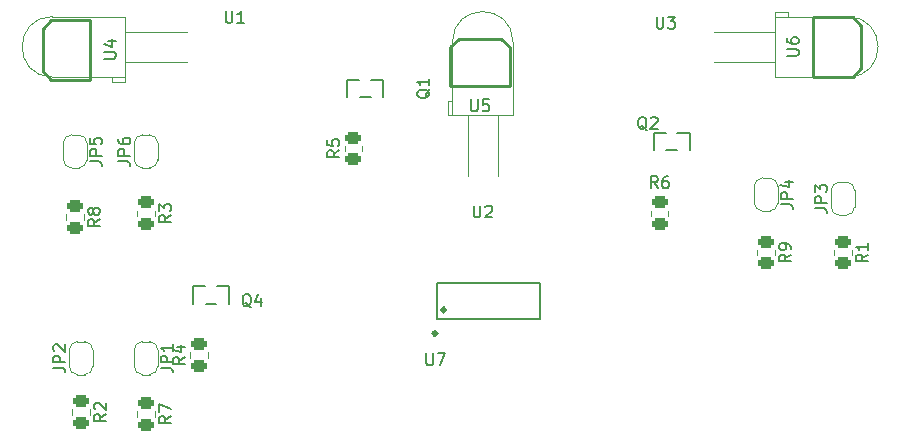
<source format=gbr>
%TF.GenerationSoftware,KiCad,Pcbnew,8.0.0*%
%TF.CreationDate,2024-03-24T21:45:21+02:00*%
%TF.ProjectId,pcb,7063622e-6b69-4636-9164-5f7063625858,rev?*%
%TF.SameCoordinates,Original*%
%TF.FileFunction,Legend,Top*%
%TF.FilePolarity,Positive*%
%FSLAX46Y46*%
G04 Gerber Fmt 4.6, Leading zero omitted, Abs format (unit mm)*
G04 Created by KiCad (PCBNEW 8.0.0) date 2024-03-24 21:45:21*
%MOMM*%
%LPD*%
G01*
G04 APERTURE LIST*
G04 Aperture macros list*
%AMRoundRect*
0 Rectangle with rounded corners*
0 $1 Rounding radius*
0 $2 $3 $4 $5 $6 $7 $8 $9 X,Y pos of 4 corners*
0 Add a 4 corners polygon primitive as box body*
4,1,4,$2,$3,$4,$5,$6,$7,$8,$9,$2,$3,0*
0 Add four circle primitives for the rounded corners*
1,1,$1+$1,$2,$3*
1,1,$1+$1,$4,$5*
1,1,$1+$1,$6,$7*
1,1,$1+$1,$8,$9*
0 Add four rect primitives between the rounded corners*
20,1,$1+$1,$2,$3,$4,$5,0*
20,1,$1+$1,$4,$5,$6,$7,0*
20,1,$1+$1,$6,$7,$8,$9,0*
20,1,$1+$1,$8,$9,$2,$3,0*%
%AMFreePoly0*
4,1,19,0.500000,-0.750000,0.000000,-0.750000,0.000000,-0.744911,-0.071157,-0.744911,-0.207708,-0.704816,-0.327430,-0.627875,-0.420627,-0.520320,-0.479746,-0.390866,-0.500000,-0.250000,-0.500000,0.250000,-0.479746,0.390866,-0.420627,0.520320,-0.327430,0.627875,-0.207708,0.704816,-0.071157,0.744911,0.000000,0.744911,0.000000,0.750000,0.500000,0.750000,0.500000,-0.750000,0.500000,-0.750000,
$1*%
%AMFreePoly1*
4,1,19,0.000000,0.744911,0.071157,0.744911,0.207708,0.704816,0.327430,0.627875,0.420627,0.520320,0.479746,0.390866,0.500000,0.250000,0.500000,-0.250000,0.479746,-0.390866,0.420627,-0.520320,0.327430,-0.627875,0.207708,-0.704816,0.071157,-0.744911,0.000000,-0.744911,0.000000,-0.750000,-0.500000,-0.750000,-0.500000,0.750000,0.000000,0.750000,0.000000,0.744911,0.000000,0.744911,
$1*%
G04 Aperture macros list end*
%ADD10C,0.150000*%
%ADD11C,0.120000*%
%ADD12C,0.250000*%
%ADD13C,0.300000*%
%ADD14FreePoly0,90.000000*%
%ADD15FreePoly1,90.000000*%
%ADD16FreePoly0,270.000000*%
%ADD17FreePoly1,270.000000*%
%ADD18R,0.700000X1.250000*%
%ADD19RoundRect,0.250000X-0.450000X0.262500X-0.450000X-0.262500X0.450000X-0.262500X0.450000X0.262500X0*%
%ADD20R,1.800000X1.800000*%
%ADD21C,1.800000*%
%ADD22RoundRect,0.250000X0.450000X-0.262500X0.450000X0.262500X-0.450000X0.262500X-0.450000X-0.262500X0*%
%ADD23C,1.200000*%
%ADD24O,0.570000X2.040000*%
%ADD25R,1.700000X1.700000*%
%ADD26O,1.700000X1.700000*%
G04 APERTURE END LIST*
D10*
X122154819Y-76683333D02*
X122869104Y-76683333D01*
X122869104Y-76683333D02*
X123011961Y-76730952D01*
X123011961Y-76730952D02*
X123107200Y-76826190D01*
X123107200Y-76826190D02*
X123154819Y-76969047D01*
X123154819Y-76969047D02*
X123154819Y-77064285D01*
X123154819Y-76207142D02*
X122154819Y-76207142D01*
X122154819Y-76207142D02*
X122154819Y-75826190D01*
X122154819Y-75826190D02*
X122202438Y-75730952D01*
X122202438Y-75730952D02*
X122250057Y-75683333D01*
X122250057Y-75683333D02*
X122345295Y-75635714D01*
X122345295Y-75635714D02*
X122488152Y-75635714D01*
X122488152Y-75635714D02*
X122583390Y-75683333D01*
X122583390Y-75683333D02*
X122631009Y-75730952D01*
X122631009Y-75730952D02*
X122678628Y-75826190D01*
X122678628Y-75826190D02*
X122678628Y-76207142D01*
X122154819Y-74778571D02*
X122154819Y-74969047D01*
X122154819Y-74969047D02*
X122202438Y-75064285D01*
X122202438Y-75064285D02*
X122250057Y-75111904D01*
X122250057Y-75111904D02*
X122392914Y-75207142D01*
X122392914Y-75207142D02*
X122583390Y-75254761D01*
X122583390Y-75254761D02*
X122964342Y-75254761D01*
X122964342Y-75254761D02*
X123059580Y-75207142D01*
X123059580Y-75207142D02*
X123107200Y-75159523D01*
X123107200Y-75159523D02*
X123154819Y-75064285D01*
X123154819Y-75064285D02*
X123154819Y-74873809D01*
X123154819Y-74873809D02*
X123107200Y-74778571D01*
X123107200Y-74778571D02*
X123059580Y-74730952D01*
X123059580Y-74730952D02*
X122964342Y-74683333D01*
X122964342Y-74683333D02*
X122726247Y-74683333D01*
X122726247Y-74683333D02*
X122631009Y-74730952D01*
X122631009Y-74730952D02*
X122583390Y-74778571D01*
X122583390Y-74778571D02*
X122535771Y-74873809D01*
X122535771Y-74873809D02*
X122535771Y-75064285D01*
X122535771Y-75064285D02*
X122583390Y-75159523D01*
X122583390Y-75159523D02*
X122631009Y-75207142D01*
X122631009Y-75207142D02*
X122726247Y-75254761D01*
X119754819Y-76683333D02*
X120469104Y-76683333D01*
X120469104Y-76683333D02*
X120611961Y-76730952D01*
X120611961Y-76730952D02*
X120707200Y-76826190D01*
X120707200Y-76826190D02*
X120754819Y-76969047D01*
X120754819Y-76969047D02*
X120754819Y-77064285D01*
X120754819Y-76207142D02*
X119754819Y-76207142D01*
X119754819Y-76207142D02*
X119754819Y-75826190D01*
X119754819Y-75826190D02*
X119802438Y-75730952D01*
X119802438Y-75730952D02*
X119850057Y-75683333D01*
X119850057Y-75683333D02*
X119945295Y-75635714D01*
X119945295Y-75635714D02*
X120088152Y-75635714D01*
X120088152Y-75635714D02*
X120183390Y-75683333D01*
X120183390Y-75683333D02*
X120231009Y-75730952D01*
X120231009Y-75730952D02*
X120278628Y-75826190D01*
X120278628Y-75826190D02*
X120278628Y-76207142D01*
X119754819Y-74730952D02*
X119754819Y-75207142D01*
X119754819Y-75207142D02*
X120231009Y-75254761D01*
X120231009Y-75254761D02*
X120183390Y-75207142D01*
X120183390Y-75207142D02*
X120135771Y-75111904D01*
X120135771Y-75111904D02*
X120135771Y-74873809D01*
X120135771Y-74873809D02*
X120183390Y-74778571D01*
X120183390Y-74778571D02*
X120231009Y-74730952D01*
X120231009Y-74730952D02*
X120326247Y-74683333D01*
X120326247Y-74683333D02*
X120564342Y-74683333D01*
X120564342Y-74683333D02*
X120659580Y-74730952D01*
X120659580Y-74730952D02*
X120707200Y-74778571D01*
X120707200Y-74778571D02*
X120754819Y-74873809D01*
X120754819Y-74873809D02*
X120754819Y-75111904D01*
X120754819Y-75111904D02*
X120707200Y-75207142D01*
X120707200Y-75207142D02*
X120659580Y-75254761D01*
X178254819Y-80333333D02*
X178969104Y-80333333D01*
X178969104Y-80333333D02*
X179111961Y-80380952D01*
X179111961Y-80380952D02*
X179207200Y-80476190D01*
X179207200Y-80476190D02*
X179254819Y-80619047D01*
X179254819Y-80619047D02*
X179254819Y-80714285D01*
X179254819Y-79857142D02*
X178254819Y-79857142D01*
X178254819Y-79857142D02*
X178254819Y-79476190D01*
X178254819Y-79476190D02*
X178302438Y-79380952D01*
X178302438Y-79380952D02*
X178350057Y-79333333D01*
X178350057Y-79333333D02*
X178445295Y-79285714D01*
X178445295Y-79285714D02*
X178588152Y-79285714D01*
X178588152Y-79285714D02*
X178683390Y-79333333D01*
X178683390Y-79333333D02*
X178731009Y-79380952D01*
X178731009Y-79380952D02*
X178778628Y-79476190D01*
X178778628Y-79476190D02*
X178778628Y-79857142D01*
X178588152Y-78428571D02*
X179254819Y-78428571D01*
X178207200Y-78666666D02*
X178921485Y-78904761D01*
X178921485Y-78904761D02*
X178921485Y-78285714D01*
X181154819Y-80683333D02*
X181869104Y-80683333D01*
X181869104Y-80683333D02*
X182011961Y-80730952D01*
X182011961Y-80730952D02*
X182107200Y-80826190D01*
X182107200Y-80826190D02*
X182154819Y-80969047D01*
X182154819Y-80969047D02*
X182154819Y-81064285D01*
X182154819Y-80207142D02*
X181154819Y-80207142D01*
X181154819Y-80207142D02*
X181154819Y-79826190D01*
X181154819Y-79826190D02*
X181202438Y-79730952D01*
X181202438Y-79730952D02*
X181250057Y-79683333D01*
X181250057Y-79683333D02*
X181345295Y-79635714D01*
X181345295Y-79635714D02*
X181488152Y-79635714D01*
X181488152Y-79635714D02*
X181583390Y-79683333D01*
X181583390Y-79683333D02*
X181631009Y-79730952D01*
X181631009Y-79730952D02*
X181678628Y-79826190D01*
X181678628Y-79826190D02*
X181678628Y-80207142D01*
X181154819Y-79302380D02*
X181154819Y-78683333D01*
X181154819Y-78683333D02*
X181535771Y-79016666D01*
X181535771Y-79016666D02*
X181535771Y-78873809D01*
X181535771Y-78873809D02*
X181583390Y-78778571D01*
X181583390Y-78778571D02*
X181631009Y-78730952D01*
X181631009Y-78730952D02*
X181726247Y-78683333D01*
X181726247Y-78683333D02*
X181964342Y-78683333D01*
X181964342Y-78683333D02*
X182059580Y-78730952D01*
X182059580Y-78730952D02*
X182107200Y-78778571D01*
X182107200Y-78778571D02*
X182154819Y-78873809D01*
X182154819Y-78873809D02*
X182154819Y-79159523D01*
X182154819Y-79159523D02*
X182107200Y-79254761D01*
X182107200Y-79254761D02*
X182059580Y-79302380D01*
X116654819Y-94183333D02*
X117369104Y-94183333D01*
X117369104Y-94183333D02*
X117511961Y-94230952D01*
X117511961Y-94230952D02*
X117607200Y-94326190D01*
X117607200Y-94326190D02*
X117654819Y-94469047D01*
X117654819Y-94469047D02*
X117654819Y-94564285D01*
X117654819Y-93707142D02*
X116654819Y-93707142D01*
X116654819Y-93707142D02*
X116654819Y-93326190D01*
X116654819Y-93326190D02*
X116702438Y-93230952D01*
X116702438Y-93230952D02*
X116750057Y-93183333D01*
X116750057Y-93183333D02*
X116845295Y-93135714D01*
X116845295Y-93135714D02*
X116988152Y-93135714D01*
X116988152Y-93135714D02*
X117083390Y-93183333D01*
X117083390Y-93183333D02*
X117131009Y-93230952D01*
X117131009Y-93230952D02*
X117178628Y-93326190D01*
X117178628Y-93326190D02*
X117178628Y-93707142D01*
X116750057Y-92754761D02*
X116702438Y-92707142D01*
X116702438Y-92707142D02*
X116654819Y-92611904D01*
X116654819Y-92611904D02*
X116654819Y-92373809D01*
X116654819Y-92373809D02*
X116702438Y-92278571D01*
X116702438Y-92278571D02*
X116750057Y-92230952D01*
X116750057Y-92230952D02*
X116845295Y-92183333D01*
X116845295Y-92183333D02*
X116940533Y-92183333D01*
X116940533Y-92183333D02*
X117083390Y-92230952D01*
X117083390Y-92230952D02*
X117654819Y-92802380D01*
X117654819Y-92802380D02*
X117654819Y-92183333D01*
X125754819Y-94183333D02*
X126469104Y-94183333D01*
X126469104Y-94183333D02*
X126611961Y-94230952D01*
X126611961Y-94230952D02*
X126707200Y-94326190D01*
X126707200Y-94326190D02*
X126754819Y-94469047D01*
X126754819Y-94469047D02*
X126754819Y-94564285D01*
X126754819Y-93707142D02*
X125754819Y-93707142D01*
X125754819Y-93707142D02*
X125754819Y-93326190D01*
X125754819Y-93326190D02*
X125802438Y-93230952D01*
X125802438Y-93230952D02*
X125850057Y-93183333D01*
X125850057Y-93183333D02*
X125945295Y-93135714D01*
X125945295Y-93135714D02*
X126088152Y-93135714D01*
X126088152Y-93135714D02*
X126183390Y-93183333D01*
X126183390Y-93183333D02*
X126231009Y-93230952D01*
X126231009Y-93230952D02*
X126278628Y-93326190D01*
X126278628Y-93326190D02*
X126278628Y-93707142D01*
X126754819Y-92183333D02*
X126754819Y-92754761D01*
X126754819Y-92469047D02*
X125754819Y-92469047D01*
X125754819Y-92469047D02*
X125897676Y-92564285D01*
X125897676Y-92564285D02*
X125992914Y-92659523D01*
X125992914Y-92659523D02*
X126040533Y-92754761D01*
X133404761Y-89050057D02*
X133309523Y-89002438D01*
X133309523Y-89002438D02*
X133214285Y-88907200D01*
X133214285Y-88907200D02*
X133071428Y-88764342D01*
X133071428Y-88764342D02*
X132976190Y-88716723D01*
X132976190Y-88716723D02*
X132880952Y-88716723D01*
X132928571Y-88954819D02*
X132833333Y-88907200D01*
X132833333Y-88907200D02*
X132738095Y-88811961D01*
X132738095Y-88811961D02*
X132690476Y-88621485D01*
X132690476Y-88621485D02*
X132690476Y-88288152D01*
X132690476Y-88288152D02*
X132738095Y-88097676D01*
X132738095Y-88097676D02*
X132833333Y-88002438D01*
X132833333Y-88002438D02*
X132928571Y-87954819D01*
X132928571Y-87954819D02*
X133119047Y-87954819D01*
X133119047Y-87954819D02*
X133214285Y-88002438D01*
X133214285Y-88002438D02*
X133309523Y-88097676D01*
X133309523Y-88097676D02*
X133357142Y-88288152D01*
X133357142Y-88288152D02*
X133357142Y-88621485D01*
X133357142Y-88621485D02*
X133309523Y-88811961D01*
X133309523Y-88811961D02*
X133214285Y-88907200D01*
X133214285Y-88907200D02*
X133119047Y-88954819D01*
X133119047Y-88954819D02*
X132928571Y-88954819D01*
X134214285Y-88288152D02*
X134214285Y-88954819D01*
X133976190Y-87907200D02*
X133738095Y-88621485D01*
X133738095Y-88621485D02*
X134357142Y-88621485D01*
X185604819Y-84579166D02*
X185128628Y-84912499D01*
X185604819Y-85150594D02*
X184604819Y-85150594D01*
X184604819Y-85150594D02*
X184604819Y-84769642D01*
X184604819Y-84769642D02*
X184652438Y-84674404D01*
X184652438Y-84674404D02*
X184700057Y-84626785D01*
X184700057Y-84626785D02*
X184795295Y-84579166D01*
X184795295Y-84579166D02*
X184938152Y-84579166D01*
X184938152Y-84579166D02*
X185033390Y-84626785D01*
X185033390Y-84626785D02*
X185081009Y-84674404D01*
X185081009Y-84674404D02*
X185128628Y-84769642D01*
X185128628Y-84769642D02*
X185128628Y-85150594D01*
X185604819Y-83626785D02*
X185604819Y-84198213D01*
X185604819Y-83912499D02*
X184604819Y-83912499D01*
X184604819Y-83912499D02*
X184747676Y-84007737D01*
X184747676Y-84007737D02*
X184842914Y-84102975D01*
X184842914Y-84102975D02*
X184890533Y-84198213D01*
X126604819Y-98254166D02*
X126128628Y-98587499D01*
X126604819Y-98825594D02*
X125604819Y-98825594D01*
X125604819Y-98825594D02*
X125604819Y-98444642D01*
X125604819Y-98444642D02*
X125652438Y-98349404D01*
X125652438Y-98349404D02*
X125700057Y-98301785D01*
X125700057Y-98301785D02*
X125795295Y-98254166D01*
X125795295Y-98254166D02*
X125938152Y-98254166D01*
X125938152Y-98254166D02*
X126033390Y-98301785D01*
X126033390Y-98301785D02*
X126081009Y-98349404D01*
X126081009Y-98349404D02*
X126128628Y-98444642D01*
X126128628Y-98444642D02*
X126128628Y-98825594D01*
X125604819Y-97920832D02*
X125604819Y-97254166D01*
X125604819Y-97254166D02*
X126604819Y-97682737D01*
X131238095Y-63954819D02*
X131238095Y-64764342D01*
X131238095Y-64764342D02*
X131285714Y-64859580D01*
X131285714Y-64859580D02*
X131333333Y-64907200D01*
X131333333Y-64907200D02*
X131428571Y-64954819D01*
X131428571Y-64954819D02*
X131619047Y-64954819D01*
X131619047Y-64954819D02*
X131714285Y-64907200D01*
X131714285Y-64907200D02*
X131761904Y-64859580D01*
X131761904Y-64859580D02*
X131809523Y-64764342D01*
X131809523Y-64764342D02*
X131809523Y-63954819D01*
X132809523Y-64954819D02*
X132238095Y-64954819D01*
X132523809Y-64954819D02*
X132523809Y-63954819D01*
X132523809Y-63954819D02*
X132428571Y-64097676D01*
X132428571Y-64097676D02*
X132333333Y-64192914D01*
X132333333Y-64192914D02*
X132238095Y-64240533D01*
X148550057Y-70595238D02*
X148502438Y-70690476D01*
X148502438Y-70690476D02*
X148407200Y-70785714D01*
X148407200Y-70785714D02*
X148264342Y-70928571D01*
X148264342Y-70928571D02*
X148216723Y-71023809D01*
X148216723Y-71023809D02*
X148216723Y-71119047D01*
X148454819Y-71071428D02*
X148407200Y-71166666D01*
X148407200Y-71166666D02*
X148311961Y-71261904D01*
X148311961Y-71261904D02*
X148121485Y-71309523D01*
X148121485Y-71309523D02*
X147788152Y-71309523D01*
X147788152Y-71309523D02*
X147597676Y-71261904D01*
X147597676Y-71261904D02*
X147502438Y-71166666D01*
X147502438Y-71166666D02*
X147454819Y-71071428D01*
X147454819Y-71071428D02*
X147454819Y-70880952D01*
X147454819Y-70880952D02*
X147502438Y-70785714D01*
X147502438Y-70785714D02*
X147597676Y-70690476D01*
X147597676Y-70690476D02*
X147788152Y-70642857D01*
X147788152Y-70642857D02*
X148121485Y-70642857D01*
X148121485Y-70642857D02*
X148311961Y-70690476D01*
X148311961Y-70690476D02*
X148407200Y-70785714D01*
X148407200Y-70785714D02*
X148454819Y-70880952D01*
X148454819Y-70880952D02*
X148454819Y-71071428D01*
X148454819Y-69690476D02*
X148454819Y-70261904D01*
X148454819Y-69976190D02*
X147454819Y-69976190D01*
X147454819Y-69976190D02*
X147597676Y-70071428D01*
X147597676Y-70071428D02*
X147692914Y-70166666D01*
X147692914Y-70166666D02*
X147740533Y-70261904D01*
X179104819Y-84579166D02*
X178628628Y-84912499D01*
X179104819Y-85150594D02*
X178104819Y-85150594D01*
X178104819Y-85150594D02*
X178104819Y-84769642D01*
X178104819Y-84769642D02*
X178152438Y-84674404D01*
X178152438Y-84674404D02*
X178200057Y-84626785D01*
X178200057Y-84626785D02*
X178295295Y-84579166D01*
X178295295Y-84579166D02*
X178438152Y-84579166D01*
X178438152Y-84579166D02*
X178533390Y-84626785D01*
X178533390Y-84626785D02*
X178581009Y-84674404D01*
X178581009Y-84674404D02*
X178628628Y-84769642D01*
X178628628Y-84769642D02*
X178628628Y-85150594D01*
X179104819Y-84102975D02*
X179104819Y-83912499D01*
X179104819Y-83912499D02*
X179057200Y-83817261D01*
X179057200Y-83817261D02*
X179009580Y-83769642D01*
X179009580Y-83769642D02*
X178866723Y-83674404D01*
X178866723Y-83674404D02*
X178676247Y-83626785D01*
X178676247Y-83626785D02*
X178295295Y-83626785D01*
X178295295Y-83626785D02*
X178200057Y-83674404D01*
X178200057Y-83674404D02*
X178152438Y-83722023D01*
X178152438Y-83722023D02*
X178104819Y-83817261D01*
X178104819Y-83817261D02*
X178104819Y-84007737D01*
X178104819Y-84007737D02*
X178152438Y-84102975D01*
X178152438Y-84102975D02*
X178200057Y-84150594D01*
X178200057Y-84150594D02*
X178295295Y-84198213D01*
X178295295Y-84198213D02*
X178533390Y-84198213D01*
X178533390Y-84198213D02*
X178628628Y-84150594D01*
X178628628Y-84150594D02*
X178676247Y-84102975D01*
X178676247Y-84102975D02*
X178723866Y-84007737D01*
X178723866Y-84007737D02*
X178723866Y-83817261D01*
X178723866Y-83817261D02*
X178676247Y-83722023D01*
X178676247Y-83722023D02*
X178628628Y-83674404D01*
X178628628Y-83674404D02*
X178533390Y-83626785D01*
X167833333Y-78954819D02*
X167500000Y-78478628D01*
X167261905Y-78954819D02*
X167261905Y-77954819D01*
X167261905Y-77954819D02*
X167642857Y-77954819D01*
X167642857Y-77954819D02*
X167738095Y-78002438D01*
X167738095Y-78002438D02*
X167785714Y-78050057D01*
X167785714Y-78050057D02*
X167833333Y-78145295D01*
X167833333Y-78145295D02*
X167833333Y-78288152D01*
X167833333Y-78288152D02*
X167785714Y-78383390D01*
X167785714Y-78383390D02*
X167738095Y-78431009D01*
X167738095Y-78431009D02*
X167642857Y-78478628D01*
X167642857Y-78478628D02*
X167261905Y-78478628D01*
X168690476Y-77954819D02*
X168500000Y-77954819D01*
X168500000Y-77954819D02*
X168404762Y-78002438D01*
X168404762Y-78002438D02*
X168357143Y-78050057D01*
X168357143Y-78050057D02*
X168261905Y-78192914D01*
X168261905Y-78192914D02*
X168214286Y-78383390D01*
X168214286Y-78383390D02*
X168214286Y-78764342D01*
X168214286Y-78764342D02*
X168261905Y-78859580D01*
X168261905Y-78859580D02*
X168309524Y-78907200D01*
X168309524Y-78907200D02*
X168404762Y-78954819D01*
X168404762Y-78954819D02*
X168595238Y-78954819D01*
X168595238Y-78954819D02*
X168690476Y-78907200D01*
X168690476Y-78907200D02*
X168738095Y-78859580D01*
X168738095Y-78859580D02*
X168785714Y-78764342D01*
X168785714Y-78764342D02*
X168785714Y-78526247D01*
X168785714Y-78526247D02*
X168738095Y-78431009D01*
X168738095Y-78431009D02*
X168690476Y-78383390D01*
X168690476Y-78383390D02*
X168595238Y-78335771D01*
X168595238Y-78335771D02*
X168404762Y-78335771D01*
X168404762Y-78335771D02*
X168309524Y-78383390D01*
X168309524Y-78383390D02*
X168261905Y-78431009D01*
X168261905Y-78431009D02*
X168214286Y-78526247D01*
X152008095Y-71454819D02*
X152008095Y-72264342D01*
X152008095Y-72264342D02*
X152055714Y-72359580D01*
X152055714Y-72359580D02*
X152103333Y-72407200D01*
X152103333Y-72407200D02*
X152198571Y-72454819D01*
X152198571Y-72454819D02*
X152389047Y-72454819D01*
X152389047Y-72454819D02*
X152484285Y-72407200D01*
X152484285Y-72407200D02*
X152531904Y-72359580D01*
X152531904Y-72359580D02*
X152579523Y-72264342D01*
X152579523Y-72264342D02*
X152579523Y-71454819D01*
X153531904Y-71454819D02*
X153055714Y-71454819D01*
X153055714Y-71454819D02*
X153008095Y-71931009D01*
X153008095Y-71931009D02*
X153055714Y-71883390D01*
X153055714Y-71883390D02*
X153150952Y-71835771D01*
X153150952Y-71835771D02*
X153389047Y-71835771D01*
X153389047Y-71835771D02*
X153484285Y-71883390D01*
X153484285Y-71883390D02*
X153531904Y-71931009D01*
X153531904Y-71931009D02*
X153579523Y-72026247D01*
X153579523Y-72026247D02*
X153579523Y-72264342D01*
X153579523Y-72264342D02*
X153531904Y-72359580D01*
X153531904Y-72359580D02*
X153484285Y-72407200D01*
X153484285Y-72407200D02*
X153389047Y-72454819D01*
X153389047Y-72454819D02*
X153150952Y-72454819D01*
X153150952Y-72454819D02*
X153055714Y-72407200D01*
X153055714Y-72407200D02*
X153008095Y-72359580D01*
X121104819Y-98079166D02*
X120628628Y-98412499D01*
X121104819Y-98650594D02*
X120104819Y-98650594D01*
X120104819Y-98650594D02*
X120104819Y-98269642D01*
X120104819Y-98269642D02*
X120152438Y-98174404D01*
X120152438Y-98174404D02*
X120200057Y-98126785D01*
X120200057Y-98126785D02*
X120295295Y-98079166D01*
X120295295Y-98079166D02*
X120438152Y-98079166D01*
X120438152Y-98079166D02*
X120533390Y-98126785D01*
X120533390Y-98126785D02*
X120581009Y-98174404D01*
X120581009Y-98174404D02*
X120628628Y-98269642D01*
X120628628Y-98269642D02*
X120628628Y-98650594D01*
X120200057Y-97698213D02*
X120152438Y-97650594D01*
X120152438Y-97650594D02*
X120104819Y-97555356D01*
X120104819Y-97555356D02*
X120104819Y-97317261D01*
X120104819Y-97317261D02*
X120152438Y-97222023D01*
X120152438Y-97222023D02*
X120200057Y-97174404D01*
X120200057Y-97174404D02*
X120295295Y-97126785D01*
X120295295Y-97126785D02*
X120390533Y-97126785D01*
X120390533Y-97126785D02*
X120533390Y-97174404D01*
X120533390Y-97174404D02*
X121104819Y-97745832D01*
X121104819Y-97745832D02*
X121104819Y-97126785D01*
X127804819Y-93254166D02*
X127328628Y-93587499D01*
X127804819Y-93825594D02*
X126804819Y-93825594D01*
X126804819Y-93825594D02*
X126804819Y-93444642D01*
X126804819Y-93444642D02*
X126852438Y-93349404D01*
X126852438Y-93349404D02*
X126900057Y-93301785D01*
X126900057Y-93301785D02*
X126995295Y-93254166D01*
X126995295Y-93254166D02*
X127138152Y-93254166D01*
X127138152Y-93254166D02*
X127233390Y-93301785D01*
X127233390Y-93301785D02*
X127281009Y-93349404D01*
X127281009Y-93349404D02*
X127328628Y-93444642D01*
X127328628Y-93444642D02*
X127328628Y-93825594D01*
X127138152Y-92397023D02*
X127804819Y-92397023D01*
X126757200Y-92635118D02*
X127471485Y-92873213D01*
X127471485Y-92873213D02*
X127471485Y-92254166D01*
X140854819Y-75754166D02*
X140378628Y-76087499D01*
X140854819Y-76325594D02*
X139854819Y-76325594D01*
X139854819Y-76325594D02*
X139854819Y-75944642D01*
X139854819Y-75944642D02*
X139902438Y-75849404D01*
X139902438Y-75849404D02*
X139950057Y-75801785D01*
X139950057Y-75801785D02*
X140045295Y-75754166D01*
X140045295Y-75754166D02*
X140188152Y-75754166D01*
X140188152Y-75754166D02*
X140283390Y-75801785D01*
X140283390Y-75801785D02*
X140331009Y-75849404D01*
X140331009Y-75849404D02*
X140378628Y-75944642D01*
X140378628Y-75944642D02*
X140378628Y-76325594D01*
X139854819Y-74849404D02*
X139854819Y-75325594D01*
X139854819Y-75325594D02*
X140331009Y-75373213D01*
X140331009Y-75373213D02*
X140283390Y-75325594D01*
X140283390Y-75325594D02*
X140235771Y-75230356D01*
X140235771Y-75230356D02*
X140235771Y-74992261D01*
X140235771Y-74992261D02*
X140283390Y-74897023D01*
X140283390Y-74897023D02*
X140331009Y-74849404D01*
X140331009Y-74849404D02*
X140426247Y-74801785D01*
X140426247Y-74801785D02*
X140664342Y-74801785D01*
X140664342Y-74801785D02*
X140759580Y-74849404D01*
X140759580Y-74849404D02*
X140807200Y-74897023D01*
X140807200Y-74897023D02*
X140854819Y-74992261D01*
X140854819Y-74992261D02*
X140854819Y-75230356D01*
X140854819Y-75230356D02*
X140807200Y-75325594D01*
X140807200Y-75325594D02*
X140759580Y-75373213D01*
X166904761Y-74050057D02*
X166809523Y-74002438D01*
X166809523Y-74002438D02*
X166714285Y-73907200D01*
X166714285Y-73907200D02*
X166571428Y-73764342D01*
X166571428Y-73764342D02*
X166476190Y-73716723D01*
X166476190Y-73716723D02*
X166380952Y-73716723D01*
X166428571Y-73954819D02*
X166333333Y-73907200D01*
X166333333Y-73907200D02*
X166238095Y-73811961D01*
X166238095Y-73811961D02*
X166190476Y-73621485D01*
X166190476Y-73621485D02*
X166190476Y-73288152D01*
X166190476Y-73288152D02*
X166238095Y-73097676D01*
X166238095Y-73097676D02*
X166333333Y-73002438D01*
X166333333Y-73002438D02*
X166428571Y-72954819D01*
X166428571Y-72954819D02*
X166619047Y-72954819D01*
X166619047Y-72954819D02*
X166714285Y-73002438D01*
X166714285Y-73002438D02*
X166809523Y-73097676D01*
X166809523Y-73097676D02*
X166857142Y-73288152D01*
X166857142Y-73288152D02*
X166857142Y-73621485D01*
X166857142Y-73621485D02*
X166809523Y-73811961D01*
X166809523Y-73811961D02*
X166714285Y-73907200D01*
X166714285Y-73907200D02*
X166619047Y-73954819D01*
X166619047Y-73954819D02*
X166428571Y-73954819D01*
X167238095Y-73050057D02*
X167285714Y-73002438D01*
X167285714Y-73002438D02*
X167380952Y-72954819D01*
X167380952Y-72954819D02*
X167619047Y-72954819D01*
X167619047Y-72954819D02*
X167714285Y-73002438D01*
X167714285Y-73002438D02*
X167761904Y-73050057D01*
X167761904Y-73050057D02*
X167809523Y-73145295D01*
X167809523Y-73145295D02*
X167809523Y-73240533D01*
X167809523Y-73240533D02*
X167761904Y-73383390D01*
X167761904Y-73383390D02*
X167190476Y-73954819D01*
X167190476Y-73954819D02*
X167809523Y-73954819D01*
X178754819Y-67761904D02*
X179564342Y-67761904D01*
X179564342Y-67761904D02*
X179659580Y-67714285D01*
X179659580Y-67714285D02*
X179707200Y-67666666D01*
X179707200Y-67666666D02*
X179754819Y-67571428D01*
X179754819Y-67571428D02*
X179754819Y-67380952D01*
X179754819Y-67380952D02*
X179707200Y-67285714D01*
X179707200Y-67285714D02*
X179659580Y-67238095D01*
X179659580Y-67238095D02*
X179564342Y-67190476D01*
X179564342Y-67190476D02*
X178754819Y-67190476D01*
X178754819Y-66285714D02*
X178754819Y-66476190D01*
X178754819Y-66476190D02*
X178802438Y-66571428D01*
X178802438Y-66571428D02*
X178850057Y-66619047D01*
X178850057Y-66619047D02*
X178992914Y-66714285D01*
X178992914Y-66714285D02*
X179183390Y-66761904D01*
X179183390Y-66761904D02*
X179564342Y-66761904D01*
X179564342Y-66761904D02*
X179659580Y-66714285D01*
X179659580Y-66714285D02*
X179707200Y-66666666D01*
X179707200Y-66666666D02*
X179754819Y-66571428D01*
X179754819Y-66571428D02*
X179754819Y-66380952D01*
X179754819Y-66380952D02*
X179707200Y-66285714D01*
X179707200Y-66285714D02*
X179659580Y-66238095D01*
X179659580Y-66238095D02*
X179564342Y-66190476D01*
X179564342Y-66190476D02*
X179326247Y-66190476D01*
X179326247Y-66190476D02*
X179231009Y-66238095D01*
X179231009Y-66238095D02*
X179183390Y-66285714D01*
X179183390Y-66285714D02*
X179135771Y-66380952D01*
X179135771Y-66380952D02*
X179135771Y-66571428D01*
X179135771Y-66571428D02*
X179183390Y-66666666D01*
X179183390Y-66666666D02*
X179231009Y-66714285D01*
X179231009Y-66714285D02*
X179326247Y-66761904D01*
X152243095Y-80439819D02*
X152243095Y-81249342D01*
X152243095Y-81249342D02*
X152290714Y-81344580D01*
X152290714Y-81344580D02*
X152338333Y-81392200D01*
X152338333Y-81392200D02*
X152433571Y-81439819D01*
X152433571Y-81439819D02*
X152624047Y-81439819D01*
X152624047Y-81439819D02*
X152719285Y-81392200D01*
X152719285Y-81392200D02*
X152766904Y-81344580D01*
X152766904Y-81344580D02*
X152814523Y-81249342D01*
X152814523Y-81249342D02*
X152814523Y-80439819D01*
X153243095Y-80535057D02*
X153290714Y-80487438D01*
X153290714Y-80487438D02*
X153385952Y-80439819D01*
X153385952Y-80439819D02*
X153624047Y-80439819D01*
X153624047Y-80439819D02*
X153719285Y-80487438D01*
X153719285Y-80487438D02*
X153766904Y-80535057D01*
X153766904Y-80535057D02*
X153814523Y-80630295D01*
X153814523Y-80630295D02*
X153814523Y-80725533D01*
X153814523Y-80725533D02*
X153766904Y-80868390D01*
X153766904Y-80868390D02*
X153195476Y-81439819D01*
X153195476Y-81439819D02*
X153814523Y-81439819D01*
X126604819Y-81254166D02*
X126128628Y-81587499D01*
X126604819Y-81825594D02*
X125604819Y-81825594D01*
X125604819Y-81825594D02*
X125604819Y-81444642D01*
X125604819Y-81444642D02*
X125652438Y-81349404D01*
X125652438Y-81349404D02*
X125700057Y-81301785D01*
X125700057Y-81301785D02*
X125795295Y-81254166D01*
X125795295Y-81254166D02*
X125938152Y-81254166D01*
X125938152Y-81254166D02*
X126033390Y-81301785D01*
X126033390Y-81301785D02*
X126081009Y-81349404D01*
X126081009Y-81349404D02*
X126128628Y-81444642D01*
X126128628Y-81444642D02*
X126128628Y-81825594D01*
X125604819Y-80920832D02*
X125604819Y-80301785D01*
X125604819Y-80301785D02*
X125985771Y-80635118D01*
X125985771Y-80635118D02*
X125985771Y-80492261D01*
X125985771Y-80492261D02*
X126033390Y-80397023D01*
X126033390Y-80397023D02*
X126081009Y-80349404D01*
X126081009Y-80349404D02*
X126176247Y-80301785D01*
X126176247Y-80301785D02*
X126414342Y-80301785D01*
X126414342Y-80301785D02*
X126509580Y-80349404D01*
X126509580Y-80349404D02*
X126557200Y-80397023D01*
X126557200Y-80397023D02*
X126604819Y-80492261D01*
X126604819Y-80492261D02*
X126604819Y-80777975D01*
X126604819Y-80777975D02*
X126557200Y-80873213D01*
X126557200Y-80873213D02*
X126509580Y-80920832D01*
X120604819Y-81579166D02*
X120128628Y-81912499D01*
X120604819Y-82150594D02*
X119604819Y-82150594D01*
X119604819Y-82150594D02*
X119604819Y-81769642D01*
X119604819Y-81769642D02*
X119652438Y-81674404D01*
X119652438Y-81674404D02*
X119700057Y-81626785D01*
X119700057Y-81626785D02*
X119795295Y-81579166D01*
X119795295Y-81579166D02*
X119938152Y-81579166D01*
X119938152Y-81579166D02*
X120033390Y-81626785D01*
X120033390Y-81626785D02*
X120081009Y-81674404D01*
X120081009Y-81674404D02*
X120128628Y-81769642D01*
X120128628Y-81769642D02*
X120128628Y-82150594D01*
X120033390Y-81007737D02*
X119985771Y-81102975D01*
X119985771Y-81102975D02*
X119938152Y-81150594D01*
X119938152Y-81150594D02*
X119842914Y-81198213D01*
X119842914Y-81198213D02*
X119795295Y-81198213D01*
X119795295Y-81198213D02*
X119700057Y-81150594D01*
X119700057Y-81150594D02*
X119652438Y-81102975D01*
X119652438Y-81102975D02*
X119604819Y-81007737D01*
X119604819Y-81007737D02*
X119604819Y-80817261D01*
X119604819Y-80817261D02*
X119652438Y-80722023D01*
X119652438Y-80722023D02*
X119700057Y-80674404D01*
X119700057Y-80674404D02*
X119795295Y-80626785D01*
X119795295Y-80626785D02*
X119842914Y-80626785D01*
X119842914Y-80626785D02*
X119938152Y-80674404D01*
X119938152Y-80674404D02*
X119985771Y-80722023D01*
X119985771Y-80722023D02*
X120033390Y-80817261D01*
X120033390Y-80817261D02*
X120033390Y-81007737D01*
X120033390Y-81007737D02*
X120081009Y-81102975D01*
X120081009Y-81102975D02*
X120128628Y-81150594D01*
X120128628Y-81150594D02*
X120223866Y-81198213D01*
X120223866Y-81198213D02*
X120414342Y-81198213D01*
X120414342Y-81198213D02*
X120509580Y-81150594D01*
X120509580Y-81150594D02*
X120557200Y-81102975D01*
X120557200Y-81102975D02*
X120604819Y-81007737D01*
X120604819Y-81007737D02*
X120604819Y-80817261D01*
X120604819Y-80817261D02*
X120557200Y-80722023D01*
X120557200Y-80722023D02*
X120509580Y-80674404D01*
X120509580Y-80674404D02*
X120414342Y-80626785D01*
X120414342Y-80626785D02*
X120223866Y-80626785D01*
X120223866Y-80626785D02*
X120128628Y-80674404D01*
X120128628Y-80674404D02*
X120081009Y-80722023D01*
X120081009Y-80722023D02*
X120033390Y-80817261D01*
X167738095Y-64454819D02*
X167738095Y-65264342D01*
X167738095Y-65264342D02*
X167785714Y-65359580D01*
X167785714Y-65359580D02*
X167833333Y-65407200D01*
X167833333Y-65407200D02*
X167928571Y-65454819D01*
X167928571Y-65454819D02*
X168119047Y-65454819D01*
X168119047Y-65454819D02*
X168214285Y-65407200D01*
X168214285Y-65407200D02*
X168261904Y-65359580D01*
X168261904Y-65359580D02*
X168309523Y-65264342D01*
X168309523Y-65264342D02*
X168309523Y-64454819D01*
X168690476Y-64454819D02*
X169309523Y-64454819D01*
X169309523Y-64454819D02*
X168976190Y-64835771D01*
X168976190Y-64835771D02*
X169119047Y-64835771D01*
X169119047Y-64835771D02*
X169214285Y-64883390D01*
X169214285Y-64883390D02*
X169261904Y-64931009D01*
X169261904Y-64931009D02*
X169309523Y-65026247D01*
X169309523Y-65026247D02*
X169309523Y-65264342D01*
X169309523Y-65264342D02*
X169261904Y-65359580D01*
X169261904Y-65359580D02*
X169214285Y-65407200D01*
X169214285Y-65407200D02*
X169119047Y-65454819D01*
X169119047Y-65454819D02*
X168833333Y-65454819D01*
X168833333Y-65454819D02*
X168738095Y-65407200D01*
X168738095Y-65407200D02*
X168690476Y-65359580D01*
X148238095Y-92954819D02*
X148238095Y-93764342D01*
X148238095Y-93764342D02*
X148285714Y-93859580D01*
X148285714Y-93859580D02*
X148333333Y-93907200D01*
X148333333Y-93907200D02*
X148428571Y-93954819D01*
X148428571Y-93954819D02*
X148619047Y-93954819D01*
X148619047Y-93954819D02*
X148714285Y-93907200D01*
X148714285Y-93907200D02*
X148761904Y-93859580D01*
X148761904Y-93859580D02*
X148809523Y-93764342D01*
X148809523Y-93764342D02*
X148809523Y-92954819D01*
X149190476Y-92954819D02*
X149857142Y-92954819D01*
X149857142Y-92954819D02*
X149428571Y-93954819D01*
X120954819Y-67991904D02*
X121764342Y-67991904D01*
X121764342Y-67991904D02*
X121859580Y-67944285D01*
X121859580Y-67944285D02*
X121907200Y-67896666D01*
X121907200Y-67896666D02*
X121954819Y-67801428D01*
X121954819Y-67801428D02*
X121954819Y-67610952D01*
X121954819Y-67610952D02*
X121907200Y-67515714D01*
X121907200Y-67515714D02*
X121859580Y-67468095D01*
X121859580Y-67468095D02*
X121764342Y-67420476D01*
X121764342Y-67420476D02*
X120954819Y-67420476D01*
X121288152Y-66515714D02*
X121954819Y-66515714D01*
X120907200Y-66753809D02*
X121621485Y-66991904D01*
X121621485Y-66991904D02*
X121621485Y-66372857D01*
D11*
%TO.C,JP6*%
X124800000Y-77250000D02*
X124200000Y-77250000D01*
X123500000Y-76550000D02*
X123500000Y-75150000D01*
X125500000Y-75150000D02*
X125500000Y-76550000D01*
X124200000Y-74450000D02*
X124800000Y-74450000D01*
X124200000Y-77250000D02*
G75*
G02*
X123500000Y-76550000I-1J699999D01*
G01*
X125500000Y-76550000D02*
G75*
G02*
X124800000Y-77250000I-699999J-1D01*
G01*
X123500000Y-75150000D02*
G75*
G02*
X124200000Y-74450000I700000J0D01*
G01*
X124800000Y-74450000D02*
G75*
G02*
X125500000Y-75150000I0J-700000D01*
G01*
%TO.C,JP5*%
X118200000Y-74450000D02*
X118800000Y-74450000D01*
X119500000Y-75150000D02*
X119500000Y-76550000D01*
X117500000Y-76550000D02*
X117500000Y-75150000D01*
X118800000Y-77250000D02*
X118200000Y-77250000D01*
X118800000Y-74450000D02*
G75*
G02*
X119500000Y-75150000I1J-699999D01*
G01*
X117500000Y-75150000D02*
G75*
G02*
X118200000Y-74450000I699999J1D01*
G01*
X119500000Y-76550000D02*
G75*
G02*
X118800000Y-77250000I-700000J0D01*
G01*
X118200000Y-77250000D02*
G75*
G02*
X117500000Y-76550000I0J700000D01*
G01*
%TO.C,JP4*%
X176700000Y-78100000D02*
X177300000Y-78100000D01*
X178000000Y-78800000D02*
X178000000Y-80200000D01*
X176000000Y-80200000D02*
X176000000Y-78800000D01*
X177300000Y-80900000D02*
X176700000Y-80900000D01*
X177300000Y-78100000D02*
G75*
G02*
X178000000Y-78800000I1J-699999D01*
G01*
X176000000Y-78800000D02*
G75*
G02*
X176700000Y-78100000I699999J1D01*
G01*
X178000000Y-80200000D02*
G75*
G02*
X177300000Y-80900000I-700000J0D01*
G01*
X176700000Y-80900000D02*
G75*
G02*
X176000000Y-80200000I0J700000D01*
G01*
%TO.C,JP3*%
X183800000Y-81250000D02*
X183200000Y-81250000D01*
X182500000Y-80550000D02*
X182500000Y-79150000D01*
X184500000Y-79150000D02*
X184500000Y-80550000D01*
X183200000Y-78450000D02*
X183800000Y-78450000D01*
X183200000Y-81250000D02*
G75*
G02*
X182500000Y-80550000I-1J699999D01*
G01*
X184500000Y-80550000D02*
G75*
G02*
X183800000Y-81250000I-699999J-1D01*
G01*
X182500000Y-79150000D02*
G75*
G02*
X183200000Y-78450000I700000J0D01*
G01*
X183800000Y-78450000D02*
G75*
G02*
X184500000Y-79150000I0J-700000D01*
G01*
%TO.C,JP2*%
X119300000Y-94750000D02*
X118700000Y-94750000D01*
X118000000Y-94050000D02*
X118000000Y-92650000D01*
X120000000Y-92650000D02*
X120000000Y-94050000D01*
X118700000Y-91950000D02*
X119300000Y-91950000D01*
X118700000Y-94750000D02*
G75*
G02*
X118000000Y-94050000I-1J699999D01*
G01*
X120000000Y-94050000D02*
G75*
G02*
X119300000Y-94750000I-699999J-1D01*
G01*
X118000000Y-92650000D02*
G75*
G02*
X118700000Y-91950000I700000J0D01*
G01*
X119300000Y-91950000D02*
G75*
G02*
X120000000Y-92650000I0J-700000D01*
G01*
%TO.C,JP1*%
X124200000Y-91950000D02*
X124800000Y-91950000D01*
X125500000Y-92650000D02*
X125500000Y-94050000D01*
X123500000Y-94050000D02*
X123500000Y-92650000D01*
X124800000Y-94750000D02*
X124200000Y-94750000D01*
X124800000Y-91950000D02*
G75*
G02*
X125500000Y-92650000I1J-699999D01*
G01*
X123500000Y-92650000D02*
G75*
G02*
X124200000Y-91950000I699999J1D01*
G01*
X125500000Y-94050000D02*
G75*
G02*
X124800000Y-94750000I-700000J0D01*
G01*
X124200000Y-94750000D02*
G75*
G02*
X123500000Y-94050000I0J700000D01*
G01*
D10*
%TO.C,Q4*%
X128470000Y-87270000D02*
X129510000Y-87270000D01*
X128470000Y-88730000D02*
X128470000Y-87270000D01*
X130460000Y-88730000D02*
X129540000Y-88730000D01*
X131530000Y-87270000D02*
X130490000Y-87270000D01*
X131530000Y-88730000D02*
X131530000Y-87270000D01*
D11*
%TO.C,R1*%
X182765000Y-84185436D02*
X182765000Y-84639564D01*
X184235000Y-84185436D02*
X184235000Y-84639564D01*
%TO.C,R7*%
X123765000Y-97860436D02*
X123765000Y-98314564D01*
X125235000Y-97860436D02*
X125235000Y-98314564D01*
%TO.C,U1*%
X121615000Y-69555000D02*
X122735000Y-69555000D01*
X121615000Y-69955000D02*
X121615000Y-69555000D01*
X122735000Y-64435000D02*
X116575000Y-64435000D01*
X122735000Y-64435000D02*
X122735000Y-69555000D01*
X122735000Y-65725000D02*
X122735000Y-65725000D01*
X122735000Y-65725000D02*
X127945000Y-65725000D01*
X122735000Y-68265000D02*
X122735000Y-68265000D01*
X122735000Y-68265000D02*
X127945000Y-68265000D01*
X122735000Y-69555000D02*
X116575000Y-69555000D01*
X122735000Y-69555000D02*
X122735000Y-69955000D01*
X122735000Y-69955000D02*
X121615000Y-69955000D01*
X127945000Y-65725000D02*
X122735000Y-65725000D01*
X127945000Y-65725000D02*
X127945000Y-65725000D01*
X127945000Y-68265000D02*
X122735000Y-68265000D01*
X127945000Y-68265000D02*
X127945000Y-68265000D01*
X116575000Y-69555000D02*
G75*
G02*
X116575000Y-64435000I0J2560000D01*
G01*
D10*
%TO.C,Q1*%
X141520000Y-69770000D02*
X142560000Y-69770000D01*
X141520000Y-71230000D02*
X141520000Y-69770000D01*
X143510000Y-71230000D02*
X142590000Y-71230000D01*
X144580000Y-69770000D02*
X143540000Y-69770000D01*
X144580000Y-71230000D02*
X144580000Y-69770000D01*
D11*
%TO.C,R9*%
X176265000Y-84185436D02*
X176265000Y-84639564D01*
X177735000Y-84185436D02*
X177735000Y-84639564D01*
%TO.C,R6*%
X167265000Y-81314564D02*
X167265000Y-80860436D01*
X168735000Y-81314564D02*
X168735000Y-80860436D01*
D12*
%TO.C,U5*%
X150230000Y-66980000D02*
X150990000Y-66300000D01*
X150230000Y-70300000D02*
X150230000Y-67000000D01*
X150990000Y-66300000D02*
X154550000Y-66300000D01*
X155310000Y-66980000D02*
X154550000Y-66300000D01*
X155310000Y-67000000D02*
X155310000Y-70300000D01*
X155310000Y-70300000D02*
X150230000Y-70300000D01*
D11*
%TO.C,R2*%
X118265000Y-97685436D02*
X118265000Y-98139564D01*
X119735000Y-97685436D02*
X119735000Y-98139564D01*
%TO.C,R4*%
X128265000Y-93314564D02*
X128265000Y-92860436D01*
X129735000Y-93314564D02*
X129735000Y-92860436D01*
%TO.C,R5*%
X141315000Y-75814564D02*
X141315000Y-75360436D01*
X142785000Y-75814564D02*
X142785000Y-75360436D01*
D10*
%TO.C,Q2*%
X167470000Y-74270000D02*
X168510000Y-74270000D01*
X167470000Y-75730000D02*
X167470000Y-74270000D01*
X169460000Y-75730000D02*
X168540000Y-75730000D01*
X170530000Y-74270000D02*
X169490000Y-74270000D01*
X170530000Y-75730000D02*
X170530000Y-74270000D01*
D12*
%TO.C,U6*%
X181000000Y-64460000D02*
X184300000Y-64460000D01*
X181000000Y-69540000D02*
X181000000Y-64460000D01*
X184300000Y-69540000D02*
X181000000Y-69540000D01*
X184320000Y-64460000D02*
X185000000Y-65220000D01*
X184320000Y-69540000D02*
X185000000Y-68780000D01*
X185000000Y-65220000D02*
X185000000Y-68780000D01*
D11*
%TO.C,U2*%
X150045000Y-71615000D02*
X150445000Y-71615000D01*
X150045000Y-72735000D02*
X150045000Y-71615000D01*
X150445000Y-71615000D02*
X150445000Y-72735000D01*
X150445000Y-72735000D02*
X150045000Y-72735000D01*
X150445000Y-72735000D02*
X150445000Y-66575000D01*
X151735000Y-72735000D02*
X151735000Y-72735000D01*
X151735000Y-72735000D02*
X151735000Y-77945000D01*
X151735000Y-77945000D02*
X151735000Y-72735000D01*
X151735000Y-77945000D02*
X151735000Y-77945000D01*
X154275000Y-72735000D02*
X154275000Y-72735000D01*
X154275000Y-72735000D02*
X154275000Y-77945000D01*
X154275000Y-77945000D02*
X154275000Y-72735000D01*
X154275000Y-77945000D02*
X154275000Y-77945000D01*
X155565000Y-72735000D02*
X150445000Y-72735000D01*
X155565000Y-72735000D02*
X155565000Y-66575000D01*
X150445000Y-66575000D02*
G75*
G02*
X155565000Y-66575000I2560000J0D01*
G01*
%TO.C,R3*%
X123765000Y-80860436D02*
X123765000Y-81314564D01*
X125235000Y-80860436D02*
X125235000Y-81314564D01*
%TO.C,R8*%
X117765000Y-81185436D02*
X117765000Y-81639564D01*
X119235000Y-81185436D02*
X119235000Y-81639564D01*
%TO.C,U3*%
X172555000Y-65735000D02*
X172555000Y-65735000D01*
X172555000Y-65735000D02*
X177765000Y-65735000D01*
X172555000Y-68275000D02*
X172555000Y-68275000D01*
X172555000Y-68275000D02*
X177765000Y-68275000D01*
X177765000Y-64045000D02*
X178885000Y-64045000D01*
X177765000Y-64445000D02*
X177765000Y-64045000D01*
X177765000Y-64445000D02*
X183925000Y-64445000D01*
X177765000Y-65735000D02*
X172555000Y-65735000D01*
X177765000Y-65735000D02*
X177765000Y-65735000D01*
X177765000Y-68275000D02*
X172555000Y-68275000D01*
X177765000Y-68275000D02*
X177765000Y-68275000D01*
X177765000Y-69565000D02*
X177765000Y-64445000D01*
X177765000Y-69565000D02*
X183925000Y-69565000D01*
X178885000Y-64045000D02*
X178885000Y-64445000D01*
X178885000Y-64445000D02*
X177765000Y-64445000D01*
X183925000Y-64445000D02*
G75*
G02*
X183925000Y-69565000I0J-2560000D01*
G01*
D10*
%TO.C,U7*%
X149100000Y-86980000D02*
X157900000Y-86980000D01*
X149100000Y-90020000D02*
X149100000Y-86980000D01*
X157900000Y-86980000D02*
X157900000Y-90020000D01*
X157900000Y-90020000D02*
X149100000Y-90020000D01*
D13*
X149100000Y-91270000D02*
G75*
G02*
X148800000Y-91270000I-150000J0D01*
G01*
X148800000Y-91270000D02*
G75*
G02*
X149100000Y-91270000I150000J0D01*
G01*
X149840000Y-89270000D02*
G75*
G02*
X149540000Y-89270000I-150000J0D01*
G01*
X149540000Y-89270000D02*
G75*
G02*
X149840000Y-89270000I150000J0D01*
G01*
D12*
%TO.C,U4*%
X115800000Y-69010000D02*
X115800000Y-65450000D01*
X116480000Y-64690000D02*
X115800000Y-65450000D01*
X116480000Y-69770000D02*
X115800000Y-69010000D01*
X116500000Y-64690000D02*
X119800000Y-64690000D01*
X119800000Y-64690000D02*
X119800000Y-69770000D01*
X119800000Y-69770000D02*
X116500000Y-69770000D01*
%TD*%
%LPC*%
D14*
%TO.C,JP6*%
X124500000Y-76500000D03*
D15*
X124500000Y-75200000D03*
%TD*%
D16*
%TO.C,JP5*%
X118500000Y-75200000D03*
D17*
X118500000Y-76500000D03*
%TD*%
D16*
%TO.C,JP4*%
X177000000Y-78850000D03*
D17*
X177000000Y-80150000D03*
%TD*%
D14*
%TO.C,JP3*%
X183500000Y-80500000D03*
D15*
X183500000Y-79200000D03*
%TD*%
D14*
%TO.C,JP2*%
X119000000Y-94000000D03*
D15*
X119000000Y-92700000D03*
%TD*%
D16*
%TO.C,JP1*%
X124500000Y-92700000D03*
D17*
X124500000Y-94000000D03*
%TD*%
D18*
%TO.C,Q4*%
X129050000Y-89000000D03*
X130950000Y-89000000D03*
X130000000Y-87000000D03*
%TD*%
D19*
%TO.C,R1*%
X183500000Y-83500000D03*
X183500000Y-85325000D03*
%TD*%
%TO.C,R7*%
X124500000Y-97175000D03*
X124500000Y-99000000D03*
%TD*%
D20*
%TO.C,U1*%
X129025000Y-65725000D03*
D21*
X129025000Y-68265000D03*
%TD*%
D18*
%TO.C,Q1*%
X142100000Y-71500000D03*
X144000000Y-71500000D03*
X143050000Y-69500000D03*
%TD*%
D19*
%TO.C,R9*%
X177000000Y-83500000D03*
X177000000Y-85325000D03*
%TD*%
D22*
%TO.C,R6*%
X168000000Y-82000000D03*
X168000000Y-80175000D03*
%TD*%
D23*
%TO.C,U5*%
X154040000Y-68000000D03*
X151500000Y-68000000D03*
%TD*%
D19*
%TO.C,R2*%
X119000000Y-97000000D03*
X119000000Y-98825000D03*
%TD*%
D22*
%TO.C,R4*%
X129000000Y-94000000D03*
X129000000Y-92175000D03*
%TD*%
%TO.C,R5*%
X142050000Y-76500000D03*
X142050000Y-74675000D03*
%TD*%
D18*
%TO.C,Q2*%
X168050000Y-76000000D03*
X169950000Y-76000000D03*
X169000000Y-74000000D03*
%TD*%
D23*
%TO.C,U6*%
X183300000Y-68270000D03*
X183300000Y-65730000D03*
%TD*%
D20*
%TO.C,U2*%
X154275000Y-79025000D03*
D21*
X151735000Y-79025000D03*
%TD*%
D19*
%TO.C,R3*%
X124500000Y-80175000D03*
X124500000Y-82000000D03*
%TD*%
%TO.C,R8*%
X118500000Y-80500000D03*
X118500000Y-82325000D03*
%TD*%
D20*
%TO.C,U3*%
X171475000Y-68275000D03*
D21*
X171475000Y-65735000D03*
%TD*%
D24*
%TO.C,U7*%
X149690000Y-91270000D03*
X150960000Y-91270000D03*
X152230000Y-91270000D03*
X153500000Y-91270000D03*
X154770000Y-91270000D03*
X156040000Y-91270000D03*
X157310000Y-91270000D03*
X157310000Y-85730000D03*
X156040000Y-85730000D03*
X154770000Y-85730000D03*
X153500000Y-85730000D03*
X152230000Y-85730000D03*
X150960000Y-85730000D03*
X149690000Y-85730000D03*
%TD*%
D23*
%TO.C,U4*%
X117500000Y-65960000D03*
X117500000Y-68500000D03*
%TD*%
D25*
%TO.C,J3*%
X166820000Y-99540000D03*
D26*
X166820000Y-97000000D03*
X164280000Y-99540000D03*
X164280000Y-97000000D03*
X161740000Y-99540000D03*
X161740000Y-97000000D03*
X159200000Y-99540000D03*
X159200000Y-97000000D03*
X156660000Y-99540000D03*
X156660000Y-97000000D03*
X154120000Y-99540000D03*
X154120000Y-97000000D03*
X151580000Y-99540000D03*
X151580000Y-97000000D03*
X149040000Y-99540000D03*
X149040000Y-97000000D03*
X146500000Y-99540000D03*
X146500000Y-97000000D03*
X143960000Y-99540000D03*
X143960000Y-97000000D03*
X141420000Y-99540000D03*
X141420000Y-97000000D03*
X138880000Y-99540000D03*
X138880000Y-97000000D03*
X136340000Y-99540000D03*
X136340000Y-97000000D03*
X133800000Y-99540000D03*
X133800000Y-97000000D03*
%TD*%
%LPD*%
M02*

</source>
